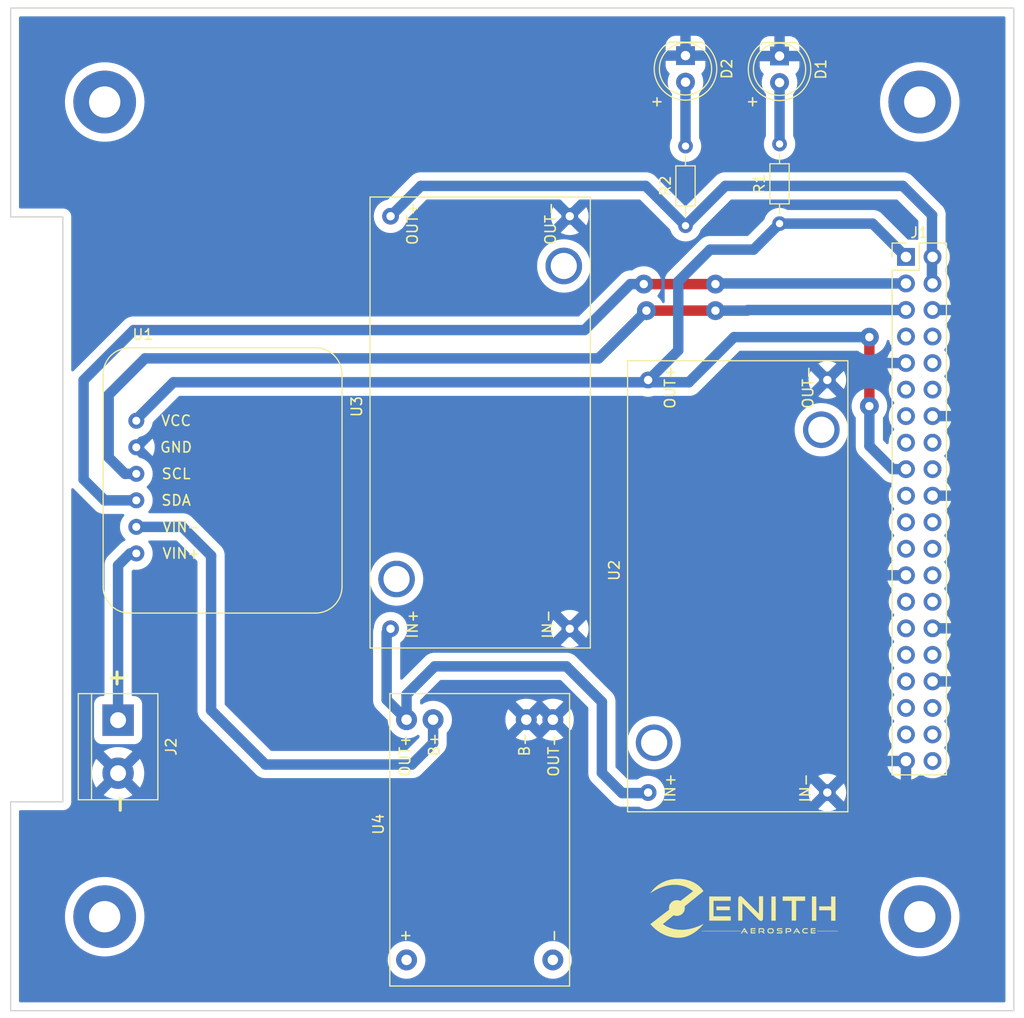
<source format=kicad_pcb>
(kicad_pcb (version 20211014) (generator pcbnew)
  (layers (0 "F.Cu" signal) (31 "B.Cu" signal) (34 "B.Paste" user) (35 "F.Paste" user) (36 "B.SilkS" user "B.Silkscreen") (37 "F.SilkS" user "F.Silkscreen") (38 "B.Mask" user) (39 "F.Mask" user) (44 "Edge.Cuts" user))
  (net 0 "")
  (net 1 "GND")
  (net 2 "Net-(D1-Pad2)")
  (net 3 "Net-(D2-Pad2)")
  (net 4 "/3.3V")
  (net 5 "/5V")
  (net 6 "/SDA")
  (net 7 "/SCL")
  (net 34 "Net-(J2-Pad1)")
  (net 35 "/Bateria")
  (net 38 "/IN+")
  (footprint "Resistor_THT:R_Axial_DIN0204_L3.6mm_D1.6mm_P7.62mm_Horizontal" (layer "F.Cu") (at 162.6 70.41 90)
    (fp_text reference "R1" (at 3.81 -1.92 90) (layer "F.SilkS"))
    (fp_text value "100")
    (pad "1" thru_hole circle (at 0 0 90) (size 1.4 1.4) (drill 0.7) (layers *.Cu *.Mask) (net 4 "/3.3V"))
    (pad "2" thru_hole oval (at 7.62 0 90) (size 1.4 1.4) (drill 0.7) (layers *.Cu *.Mask) (net 2 "Net-(D1-Pad2)"))
  )
  (footprint "Resistor_THT:R_Axial_DIN0204_L3.6mm_D1.6mm_P7.62mm_Horizontal" (layer "F.Cu") (at 153.6 70.61 90)
    (fp_text reference "R2" (at 3.81 -1.92 90) (layer "F.SilkS"))
    (fp_text value "150")
    (pad "1" thru_hole circle (at 0 0 90) (size 1.4 1.4) (drill 0.7) (layers *.Cu *.Mask) (net 5 "/5V"))
    (pad "2" thru_hole oval (at 7.62 0 90) (size 1.4 1.4) (drill 0.7) (layers *.Cu *.Mask) (net 3 "Net-(D2-Pad2)"))
  )
  (footprint "LED_THT:LED_D5.0mm" (layer "F.Cu") (at 162.6 54.365 -90)
    (fp_text reference "D1" (at 1.27 -3.96 90) (layer "F.SilkS"))
    (fp_text value "LED" hide)
    (pad "1" thru_hole rect (at 0 0 270) (size 1.8 1.8) (drill 0.9) (layers *.Cu *.Mask) (net 1 "GND"))
    (pad "2" thru_hole circle (at 2.54 0 270) (size 1.8 1.8) (drill 0.9) (layers *.Cu *.Mask) (net 2 "Net-(D1-Pad2)"))
  )
  (footprint "Guilherme:OBSAT-Board" (layer "F.Cu") (at 174.7 73.6)
    (fp_text reference "J1" (at 1.27 -2.33) (layer "F.SilkS"))
    (fp_text value "Conn_02x20_Odd_Even")
    (fp_line (start -80.682 -3.833) (end -80.682 52.167) (layer "Edge.Cuts") (width 0.12))
    (fp_line (start 10.318 -23.833) (end 10.318 72.167) (layer "Edge.Cuts") (width 0.12))
    (fp_line (start -85.682 -23.833) (end 10.318 -23.833) (layer "Edge.Cuts") (width 0.12))
    (fp_line (start -85.682 -23.833) (end -85.682 -3.833) (layer "Edge.Cuts") (width 0.12))
    (fp_line (start -85.682 52.167) (end -80.682 52.167) (layer "Edge.Cuts") (width 0.12))
    (fp_line (start -85.682 -3.833) (end -80.682 -3.833) (layer "Edge.Cuts") (width 0.12))
    (fp_line (start 10.318 72.167) (end -85.682 72.167) (layer "Edge.Cuts") (width 0.12))
    (fp_line (start -85.682 52.167) (end -85.682 72.167) (layer "Edge.Cuts") (width 0.12))
    (pad "" thru_hole circle (at 1.318 -14.833) (size 6 6) (drill 3) (layers *.Cu *.Mask))
    (pad "" thru_hole circle (at -76.682 -14.833) (size 6 6) (drill 3) (layers *.Cu *.Mask))
    (pad "" thru_hole circle (at -76.682 63.167) (size 6 6) (drill 3) (layers *.Cu *.Mask))
    (pad "" thru_hole circle (at 1.318 63.167) (size 6 6) (drill 3) (layers *.Cu *.Mask))
    (pad "1" thru_hole rect (at 0 0) (size 1.7 1.7) (drill 1) (layers *.Cu *.Mask) (net 4 "/3.3V"))
    (pad "2" thru_hole oval (at 2.54 0) (size 1.7 1.7) (drill 1) (layers *.Cu *.Mask) (net 5 "/5V"))
    (pad "3" thru_hole oval (at 0 2.54) (size 1.7 1.7) (drill 1) (layers *.Cu *.Mask) (net 6 "/SDA"))
    (pad "4" thru_hole oval (at 2.54 2.54) (size 1.7 1.7) (drill 1) (layers *.Cu *.Mask) (net 5 "/5V"))
    (pad "5" thru_hole oval (at 0 5.08) (size 1.7 1.7) (drill 1) (layers *.Cu *.Mask) (net 7 "/SCL"))
    (pad "6" thru_hole oval (at 2.54 5.08) (size 1.7 1.7) (drill 1) (layers *.Cu *.Mask) (net 1 "GND"))
    (pad "7" thru_hole oval (at 0 7.62) (size 1.7 1.7) (drill 1) (layers *.Cu *.Mask))
    (pad "8" thru_hole oval (at 2.54 7.62) (size 1.7 1.7) (drill 1) (layers *.Cu *.Mask))
    (pad "9" thru_hole oval (at 0 10.16) (size 1.7 1.7) (drill 1) (layers *.Cu *.Mask) (net 1 "GND"))
    (pad "10" thru_hole oval (at 2.54 10.16) (size 1.7 1.7) (drill 1) (layers *.Cu *.Mask))
    (pad "11" thru_hole oval (at 0 12.7) (size 1.7 1.7) (drill 1) (layers *.Cu *.Mask))
    (pad "12" thru_hole oval (at 2.54 12.7) (size 1.7 1.7) (drill 1) (layers *.Cu *.Mask))
    (pad "13" thru_hole oval (at 0 15.24) (size 1.7 1.7) (drill 1) (layers *.Cu *.Mask))
    (pad "14" thru_hole oval (at 2.54 15.24) (size 1.7 1.7) (drill 1) (layers *.Cu *.Mask) (net 1 "GND"))
    (pad "15" thru_hole oval (at 0 17.78) (size 1.7 1.7) (drill 1) (layers *.Cu *.Mask))
    (pad "16" thru_hole oval (at 2.54 17.78) (size 1.7 1.7) (drill 1) (layers *.Cu *.Mask))
    (pad "17" thru_hole oval (at 0 20.32) (size 1.7 1.7) (drill 1) (layers *.Cu *.Mask) (net 4 "/3.3V"))
    (pad "18" thru_hole oval (at 2.54 20.32) (size 1.7 1.7) (drill 1) (layers *.Cu *.Mask))
    (pad "19" thru_hole oval (at 0 22.86) (size 1.7 1.7) (drill 1) (layers *.Cu *.Mask))
    (pad "20" thru_hole oval (at 2.54 22.86) (size 1.7 1.7) (drill 1) (layers *.Cu *.Mask) (net 1 "GND"))
    (pad "21" thru_hole oval (at 0 25.4) (size 1.7 1.7) (drill 1) (layers *.Cu *.Mask))
    (pad "22" thru_hole oval (at 2.54 25.4) (size 1.7 1.7) (drill 1) (layers *.Cu *.Mask))
    (pad "23" thru_hole oval (at 0 27.94) (size 1.7 1.7) (drill 1) (layers *.Cu *.Mask))
    (pad "24" thru_hole oval (at 2.54 27.94) (size 1.7 1.7) (drill 1) (layers *.Cu *.Mask))
    (pad "25" thru_hole oval (at 0 30.48) (size 1.7 1.7) (drill 1) (layers *.Cu *.Mask) (net 1 "GND"))
    (pad "26" thru_hole oval (at 2.54 30.48) (size 1.7 1.7) (drill 1) (layers *.Cu *.Mask))
    (pad "27" thru_hole oval (at 0 33.02) (size 1.7 1.7) (drill 1) (layers *.Cu *.Mask))
    (pad "28" thru_hole oval (at 2.54 33.02) (size 1.7 1.7) (drill 1) (layers *.Cu *.Mask))
    (pad "29" thru_hole oval (at 0 35.56) (size 1.7 1.7) (drill 1) (layers *.Cu *.Mask))
    (pad "30" thru_hole oval (at 2.54 35.56) (size 1.7 1.7) (drill 1) (layers *.Cu *.Mask) (net 1 "GND"))
    (pad "31" thru_hole oval (at 0 38.1) (size 1.7 1.7) (drill 1) (layers *.Cu *.Mask))
    (pad "32" thru_hole oval (at 2.54 38.1) (size 1.7 1.7) (drill 1) (layers *.Cu *.Mask))
    (pad "33" thru_hole oval (at 0 40.64) (size 1.7 1.7) (drill 1) (layers *.Cu *.Mask))
    (pad "34" thru_hole oval (at 2.54 40.64) (size 1.7 1.7) (drill 1) (layers *.Cu *.Mask) (net 1 "GND"))
    (pad "35" thru_hole oval (at 0 43.18) (size 1.7 1.7) (drill 1) (layers *.Cu *.Mask))
    (pad "36" thru_hole oval (at 2.54 43.18) (size 1.7 1.7) (drill 1) (layers *.Cu *.Mask))
    (pad "37" thru_hole oval (at 0 45.72) (size 1.7 1.7) (drill 1) (layers *.Cu *.Mask))
    (pad "38" thru_hole oval (at 2.54 45.72) (size 1.7 1.7) (drill 1) (layers *.Cu *.Mask))
    (pad "39" thru_hole oval (at 0 48.26) (size 1.7 1.7) (drill 1) (layers *.Cu *.Mask) (net 1 "GND"))
    (pad "40" thru_hole oval (at 2.54 48.26) (size 1.7 1.7) (drill 1) (layers *.Cu *.Mask))
  )
  (footprint "Guilherme:TP4056-Module" (layer "F.Cu") (at 142.505 143.405 90)
    (fp_text reference "U4" (at 15.494 -18.288 90 unlocked) (layer "F.SilkS"))
    (fp_text value "Conn_01x06")
    (fp_text user "B-" (at 23.114 -4.318 90 unlocked) (layer "F.SilkS"))
    (fp_text user "B+" (at 23.114 -12.954 90 unlocked) (layer "F.SilkS"))
    (fp_text user "OUT-" (at 22.098 -1.524 90 unlocked) (layer "F.SilkS"))
    (fp_text user "-" (at 4.826 -1.524 90 unlocked) (layer "F.SilkS"))
    (fp_text user "OUT+" (at 22.098 -15.748 90 unlocked) (layer "F.SilkS"))
    (fp_text user "+" (at 4.826 -15.748 90 unlocked) (layer "F.SilkS"))
    (pad "1" thru_hole circle (at 2.5 -15.6 90) (size 2 2) (drill 1) (layers *.Cu *.Mask))
    (pad "2" thru_hole circle (at 2.5 -1.6 90) (size 2 2) (drill 1) (layers *.Cu *.Mask))
    (pad "3" thru_hole circle (at 25.5 -15.6 90) (size 2 2) (drill 1) (layers *.Cu *.Mask) (net 38 "/IN+"))
    (pad "4" thru_hole circle (at 25.5 -1.6 90) (size 2 2) (drill 1) (layers *.Cu *.Mask) (net 1 "GND"))
    (pad "5" thru_hole circle (at 25.5 -13.06 90) (size 2 2) (drill 1) (layers *.Cu *.Mask) (net 35 "/Bateria"))
    (pad "6" thru_hole circle (at 25.5 -4.14 90) (size 2 2) (drill 1) (layers *.Cu *.Mask) (net 1 "GND"))
  )
  (footprint "Logos:Logo_19,4mm" (layer "F.Cu") (at 159.7152 135.9662)
    (fp_text reference "G***" hide)
    (fp_text value "LOGO" hide)
  )
  (footprint "Guilherme:LM2596-Module" (layer "F.Cu") (at 169.1386 126.7206 90)
    (fp_text reference "U2" (at 23.114 -22.352 90 unlocked) (layer "F.SilkS"))
    (fp_text value "Conn_02x02_Counter_Clockwise")
    (fp_text user "OUT-" (at 40.64 -3.81 90 unlocked) (layer "F.SilkS"))
    (fp_text user "OUT+" (at 40.64 -17.018 90 unlocked) (layer "F.SilkS"))
    (fp_text user "IN+" (at 2.286 -17.018 90 unlocked) (layer "F.SilkS"))
    (fp_text user "IN-" (at 2.286 -4.064 90 unlocked) (layer "F.SilkS"))
    (pad "1" thru_hole circle (at 1.8415 -19.1165 90) (size 1.6 1.6) (drill 0.8) (layers *.Cu *.Mask) (net 38 "/IN+"))
    (pad "2" thru_hole circle (at 1.8415 -1.9685 90) (size 1.6 1.6) (drill 0.8) (layers *.Cu *.Mask) (net 1 "GND"))
    (pad "3" thru_hole circle (at 41.3385 -1.9685 90) (size 1.6 1.6) (drill 0.8) (layers *.Cu *.Mask) (net 1 "GND"))
    (pad "4" thru_hole circle (at 41.3385 -19.1165 90) (size 1.6 1.6) (drill 0.8) (layers *.Cu *.Mask) (net 4 "/3.3V"))
    (pad "5" thru_hole circle (at 6.604 -18.542 90) (size 3.5 3.5) (drill 2.5) (layers *.Cu *.Mask))
    (pad "6" thru_hole circle (at 36.576 -2.54 90) (size 3.5 3.5) (drill 2.5) (layers *.Cu *.Mask))
  )
  (footprint "usini_sensors:module_ina219" (layer "F.Cu") (at 101.045 101.985)
    (fp_text reference "U1" (at 0.635 -20.955) (layer "F.SilkS"))
    (fp_text value "module_ina219")
    (fp_text user "SDA" (at 3.81 -5.08) (layer "F.SilkS"))
    (fp_text user "SCL" (at 3.81 -7.62) (layer "F.SilkS"))
    (fp_text user "VIN-" (at 4.318 -2.54) (layer "F.SilkS"))
    (fp_text user "VCC" (at 3.81 -12.7) (layer "F.SilkS"))
    (fp_text user "VIN+" (at 4.318 0) (layer "F.SilkS"))
    (fp_text user "GND" (at 3.81 -10.16) (layer "F.SilkS"))
    (pad "1" thru_hole circle locked (at 0 -12.7) (size 1.524 1.524) (drill 0.762) (layers *.Cu *.Mask) (net 4 "/3.3V"))
    (pad "2" thru_hole circle locked (at 0 -10.16) (size 1.524 1.524) (drill 0.762) (layers *.Cu *.Mask) (net 1 "GND"))
    (pad "3" thru_hole circle locked (at 0 -7.62) (size 1.524 1.524) (drill 0.762) (layers *.Cu *.Mask) (net 7 "/SCL"))
    (pad "4" thru_hole circle locked (at 0 -5.08) (size 1.524 1.524) (drill 0.762) (layers *.Cu *.Mask) (net 6 "/SDA"))
    (pad "5" thru_hole circle locked (at 0 -2.54) (size 1.524 1.524) (drill 0.762) (layers *.Cu *.Mask) (net 35 "/Bateria"))
    (pad "6" thru_hole circle locked (at 0 0) (size 1.524 1.524) (drill 0.762) (layers *.Cu *.Mask) (net 34 "Net-(J2-Pad1)"))
  )
  (footprint "TerminalBlock:TerminalBlock_bornier-2_P5.08mm" (layer "F.Cu") (at 99.3 117.95 -90)
    (fp_text reference "J2" (at 2.54 -5.08 -90) (layer "F.SilkS"))
    (fp_text value "Screw_Terminal_01x02")
    (pad "1" thru_hole rect (at 0 0 270) (size 3 3) (drill 1.52) (layers *.Cu *.Mask) (net 34 "Net-(J2-Pad1)"))
    (pad "2" thru_hole circle (at 5.08 0 270) (size 3 3) (drill 1.52) (layers *.Cu *.Mask) (net 1 "GND"))
  )
  (footprint "LED_THT:LED_D5.0mm" (layer "F.Cu") (at 153.6 54.325 -90)
    (fp_text reference "D2" (at 1.27 -3.96 90) (layer "F.SilkS"))
    (fp_text value "LED" hide)
    (pad "1" thru_hole rect (at 0 0 270) (size 1.8 1.8) (drill 0.9) (layers *.Cu *.Mask) (net 1 "GND"))
    (pad "2" thru_hole circle (at 2.54 0 270) (size 1.8 1.8) (drill 0.9) (layers *.Cu *.Mask) (net 3 "Net-(D2-Pad2)"))
  )
  (footprint "Guilherme:XL6009-Module" (layer "F.Cu") (at 144.492 111.041 90)
    (fp_text reference "U3" (at 23.114 -22.352 90 unlocked) (layer "F.SilkS"))
    (fp_text value "Conn_02x02_Counter_Clockwise")
    (fp_text user "IN+" (at 2.286 -17.018 90 unlocked) (layer "F.SilkS"))
    (fp_text user "IN-" (at 2.286 -4.064 90 unlocked) (layer "F.SilkS"))
    (fp_text user "OUT+" (at 40.64 -17.018 90 unlocked) (layer "F.SilkS"))
    (fp_text user "OUT-" (at 40.64 -3.81 90 unlocked) (layer "F.SilkS"))
    (pad "1" thru_hole circle (at 1.8415 -19.1165 90) (size 1.6 1.6) (drill 0.8) (layers *.Cu *.Mask) (net 38 "/IN+"))
    (pad "2" thru_hole circle (at 1.8415 -1.9685 90) (size 1.6 1.6) (drill 0.8) (layers *.Cu *.Mask) (net 1 "GND"))
    (pad "3" thru_hole circle (at 41.3385 -1.9685 90) (size 1.6 1.6) (drill 0.8) (layers *.Cu *.Mask) (net 1 "GND"))
    (pad "4" thru_hole circle (at 41.3385 -19.1165 90) (size 1.6 1.6) (drill 0.8) (layers *.Cu *.Mask) (net 5 "/5V"))
    (pad "5" thru_hole circle (at 6.604 -18.542 90) (size 3.5 3.5) (drill 2.5) (layers *.Cu *.Mask))
    (pad "6" thru_hole circle (at 36.576 -2.54 90) (size 3.5 3.5) (drill 2.5) (layers *.Cu *.Mask))
  )
  (gr_text "+" (at 160.02 58.674) (layer "F.SilkS") (effects (font (size 1 1))))
  (gr_text "+" (at 150.876 58.674) (layer "F.SilkS") (effects (font (size 1 1))))
  (gr_text "-" (at 99.4 126 90) (layer "F.SilkS") (effects (font (size 1.5 1.5) (thickness 0.3)) (justify mirror)))
  (gr_text "+" (at 99.2 113.8) (layer "F.SilkS") (effects (font (size 1.5 1.5) (thickness 0.3)) (justify mirror)))
  (segment (start 162.6 62.79) (end 162.6 56.905) (width 1) (layer "B.Cu") (net 2))
  (segment (start 153.6 62.99) (end 153.6 56.865) (width 1) (layer "B.Cu") (net 3))
  (segment (start 171.196 87.884) (end 171.196 81.28) (width 1) (layer "F.Cu") (net 4))
  (via (at 171.196 87.884) (size 1.8) (drill 0.8) (layers "F.Cu" "B.Cu") (net 4))
  (via (at 171.196 81.28) (size 1.8) (drill 0.8) (layers "F.Cu" "B.Cu") (net 4))
  (segment (start 160.112 72.898) (end 162.6 70.41) (width 1) (layer "B.Cu") (net 4))
  (segment (start 150.0235 85.4375) (end 149.861 85.6) (width 1) (layer "B.Cu") (net 4))
  (segment (start 101.045 89.155) (end 101.045 89.285) (width 1) (layer "B.Cu") (net 4))
  (segment (start 171.196 91.694) (end 173.422 93.92) (width 1) (layer "B.Cu") (net 4))
  (segment (start 174.647 73.555) (end 174.647 73.588) (width 1) (layer "B.Cu") (net 4))
  (segment (start 153.924 85.598) (end 150.184 85.598) (width 1) (layer "B.Cu") (net 4))
  (segment (start 171.196 81.28) (end 158.242 81.28) (width 1) (layer "B.Cu") (net 4))
  (segment (start 152.908 75.946) (end 155.956 72.898) (width 1) (layer "B.Cu") (net 4))
  (segment (start 104.6 85.6) (end 101.045 89.155) (width 1) (layer "B.Cu") (net 4))
  (segment (start 171.196 87.884) (end 171.196 91.694) (width 1) (layer "B.Cu") (net 4))
  (segment (start 152.908 82.55) (end 152.908 75.946) (width 1) (layer "B.Cu") (net 4))
  (segment (start 171.502 70.41) (end 174.647 73.555) (width 1) (layer "B.Cu") (net 4))
  (segment (start 149.861 85.6) (end 104.6 85.6) (width 1) (layer "B.Cu") (net 4))
  (segment (start 158.242 81.28) (end 153.924 85.598) (width 1) (layer "B.Cu") (net 4))
  (segment (start 150.0235 85.4345) (end 152.908 82.55) (width 1) (layer "B.Cu") (net 4))
  (segment (start 173.422 93.92) (end 174.7 93.92) (width 1) (layer "B.Cu") (net 4))
  (segment (start 162.6 70.41) (end 171.502 70.41) (width 1) (layer "B.Cu") (net 4))
  (segment (start 150.0235 85.4375) (end 150.0235 85.4345) (width 1) (layer "B.Cu") (net 4))
  (segment (start 162.51 70.5) (end 162.6 70.41) (width 1) (layer "B.Cu") (net 4))
  (segment (start 150.184 85.598) (end 150.0235 85.4375) (width 1) (layer "B.Cu") (net 4))
  (segment (start 155.956 72.898) (end 160.112 72.898) (width 1) (layer "B.Cu") (net 4))
  (segment (start 128.278 66.8) (end 149.79 66.8) (width 1) (layer "B.Cu") (net 5))
  (segment (start 157.41 66.8) (end 153.6 70.61) (width 1) (layer "B.Cu") (net 5))
  (segment (start 125.3755 69.7025) (end 128.278 66.8) (width 1) (layer "B.Cu") (net 5))
  (segment (start 177.187 69.613) (end 177.187 73.588) (width 1) (layer "B.Cu") (net 5))
  (segment (start 174.4 66.8) (end 177.2 69.6) (width 1) (layer "B.Cu") (net 5))
  (segment (start 177.187 76.128) (end 177.187 73.588) (width 1) (layer "B.Cu") (net 5))
  (segment (start 149.79 66.8) (end 153.6 70.61) (width 1) (layer "B.Cu") (net 5))
  (segment (start 174.4 66.8) (end 157.41 66.8) (width 1) (layer "B.Cu") (net 5))
  (segment (start 177.2 69.6) (end 177.187 69.613) (width 1) (layer "B.Cu") (net 5))
  (segment (start 149.606 76.2) (end 156.464 76.2) (width 1) (layer "F.Cu") (net 6))
  (via (at 149.606 76.2) (size 1.8) (drill 0.8) (layers "F.Cu" "B.Cu") (net 6))
  (via (at 156.464 76.2) (size 1.8) (drill 0.8) (layers "F.Cu" "B.Cu") (net 6))
  (segment (start 143.936 80.6) (end 100.8 80.6) (width 1) (layer "B.Cu") (net 6))
  (segment (start 156.524 76.14) (end 174.7 76.14) (width 1) (layer "B.Cu") (net 6))
  (segment (start 98.005 96.905) (end 101.045 96.905) (width 1) (layer "B.Cu") (net 6))
  (segment (start 156.464 76.2) (end 156.524 76.14) (width 1) (layer "B.Cu") (net 6))
  (segment (start 96 85.4) (end 96 94.9) (width 1) (layer "B.Cu") (net 6))
  (segment (start 100.8 80.6) (end 96 85.4) (width 1) (layer "B.Cu") (net 6))
  (segment (start 148.336 76.2) (end 143.936 80.6) (width 1) (layer "B.Cu") (net 6))
  (segment (start 96 94.9) (end 98.005 96.905) (width 1) (layer "B.Cu") (net 6))
  (segment (start 149.606 76.2) (end 148.336 76.2) (width 1) (layer "B.Cu") (net 6))
  (segment (start 149.86 78.74) (end 156.464 78.74) (width 1) (layer "F.Cu") (net 7))
  (via (at 156.464 78.74) (size 1.8) (drill 0.8) (layers "F.Cu" "B.Cu") (net 7))
  (via (at 149.86 78.74) (size 1.8) (drill 0.8) (layers "F.Cu" "B.Cu") (net 7))
  (segment (start 98.4 92.8) (end 99.965 94.365) (width 1) (layer "B.Cu") (net 7))
  (segment (start 159.512 78.74) (end 159.572 78.68) (width 1) (layer "B.Cu") (net 7))
  (segment (start 159.572 78.68) (end 174.7 78.68) (width 1) (layer "B.Cu") (net 7))
  (segment (start 101.888 83.312) (end 98.4 86.8) (width 1) (layer "B.Cu") (net 7))
  (segment (start 149.86 78.74) (end 145.288 83.312) (width 1) (layer "B.Cu") (net 7))
  (segment (start 99.965 94.365) (end 101.045 94.365) (width 1) (layer "B.Cu") (net 7))
  (segment (start 98.4 86.8) (end 98.4 92.8) (width 1) (layer "B.Cu") (net 7))
  (segment (start 145.288 83.312) (end 101.888 83.312) (width 1) (layer "B.Cu") (net 7))
  (segment (start 156.464 78.74) (end 159.512 78.74) (width 1) (layer "B.Cu") (net 7))
  (segment (start 99.3 103.13) (end 100.445 101.985) (width 1) (layer "B.Cu") (net 34))
  (segment (start 99.3 117.95) (end 99.3 103.13) (width 1) (layer "B.Cu") (net 34))
  (segment (start 129.445 117.905) (end 129.445 120.155) (width 1) (layer "B.Cu") (net 35))
  (segment (start 113.4 122.2) (end 108.2 117) (width 1) (layer "B.Cu") (net 35))
  (segment (start 108.2 117) (end 108.2 102.2) (width 1) (layer "B.Cu") (net 35))
  (segment (start 108.2 102.2) (end 105.445 99.445) (width 1) (layer "B.Cu") (net 35))
  (segment (start 129.445 120.155) (end 127.4 122.2) (width 1) (layer "B.Cu") (net 35))
  (segment (start 127.4 122.2) (end 113.4 122.2) (width 1) (layer "B.Cu") (net 35))
  (segment (start 105.445 99.445) (end 101.045 99.445) (width 1) (layer "B.Cu") (net 35))
  (segment (start 129.6 112.8) (end 126.905 115.495) (width 1) (layer "B.Cu") (net 38))
  (segment (start 145.6 123) (end 145.6 116.2) (width 1) (layer "B.Cu") (net 38))
  (segment (start 126.905 115.495) (end 126.905 117.905) (width 1) (layer "B.Cu") (net 38))
  (segment (start 126.905 117.905) (end 125 116) (width 1) (layer "B.Cu") (net 38))
  (segment (start 125 109.575) (end 125.3755 109.1995) (width 1) (layer "B.Cu") (net 38))
  (segment (start 142.2 112.8) (end 129.6 112.8) (width 1) (layer "B.Cu") (net 38))
  (segment (start 145.6 116.2) (end 142.2 112.8) (width 1) (layer "B.Cu") (net 38))
  (segment (start 147.5345 124.9345) (end 145.6 123) (width 1) (layer "B.Cu") (net 38))
  (segment (start 125 116) (end 125 109.575) (width 1) (layer "B.Cu") (net 38))
  (segment (start 147.5345 124.9345) (end 150.0235 124.9345) (width 1) (layer "B.Cu") (net 38))
  (zone (net 1) (net_name "GND") (layer "B.Cu") (connect_pads (clearance 0.8)) (min_thickness 0.25) (fill yes (thermal_gap 1) (thermal_bridge_width 1))
    (polygon (pts (xy 186 146.5) (xy 88 146.5) (xy 88 49) (xy 186 49)))
  )
)
</source>
